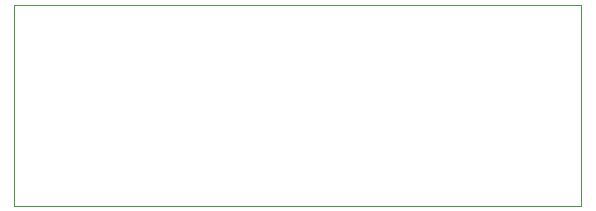
<source format=gm1>
G04 #@! TF.GenerationSoftware,KiCad,Pcbnew,(5.1.4)-1*
G04 #@! TF.CreationDate,2019-09-16T22:11:13+02:00*
G04 #@! TF.ProjectId,Display,44697370-6c61-4792-9e6b-696361645f70,1.1*
G04 #@! TF.SameCoordinates,PXd59f80PY1d905c0*
G04 #@! TF.FileFunction,Profile,NP*
%FSLAX46Y46*%
G04 Gerber Fmt 4.6, Leading zero omitted, Abs format (unit mm)*
G04 Created by KiCad (PCBNEW (5.1.4)-1) date 2019-09-16 22:11:13*
%MOMM*%
%LPD*%
G04 APERTURE LIST*
%ADD10C,0.050000*%
G04 APERTURE END LIST*
D10*
X0Y0D02*
X0Y17000000D01*
X48000000Y0D02*
X0Y0D01*
X48000000Y17000000D02*
X48000000Y0D01*
X0Y17000000D02*
X48000000Y17000000D01*
M02*

</source>
